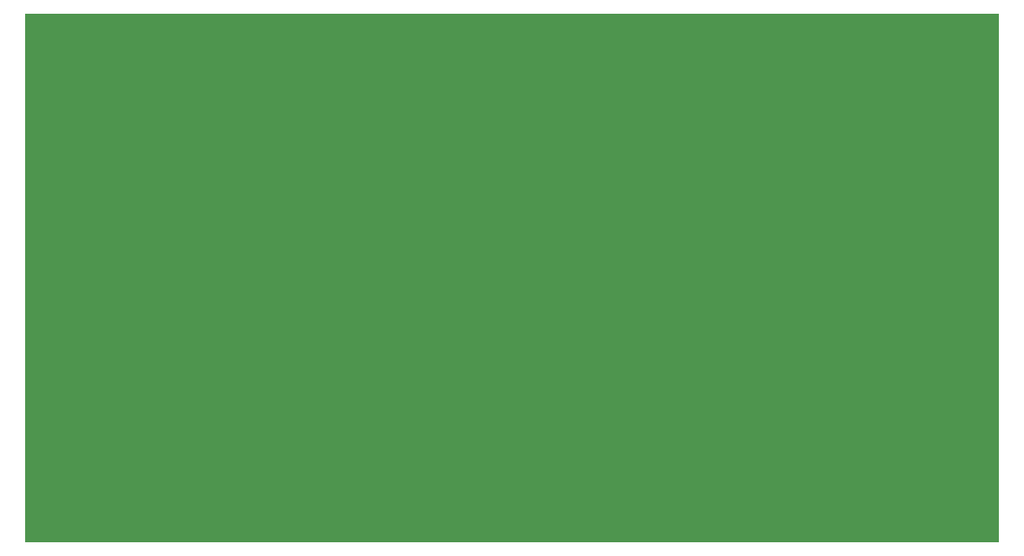
<source format=gbr>
G04 DipTrace 2.4.0.2*
%INBoard.gbr*%
%MOIN*%
%ADD11C,0.0055*%
%FSLAX44Y44*%
G04*
G70*
G90*
G75*
G01*
%LNBoardPoly*%
%LPD*%
G36*
X3940Y25711D2*
D11*
X43973D1*
Y3940D1*
X3940D1*
Y25711D1*
G37*
M02*

</source>
